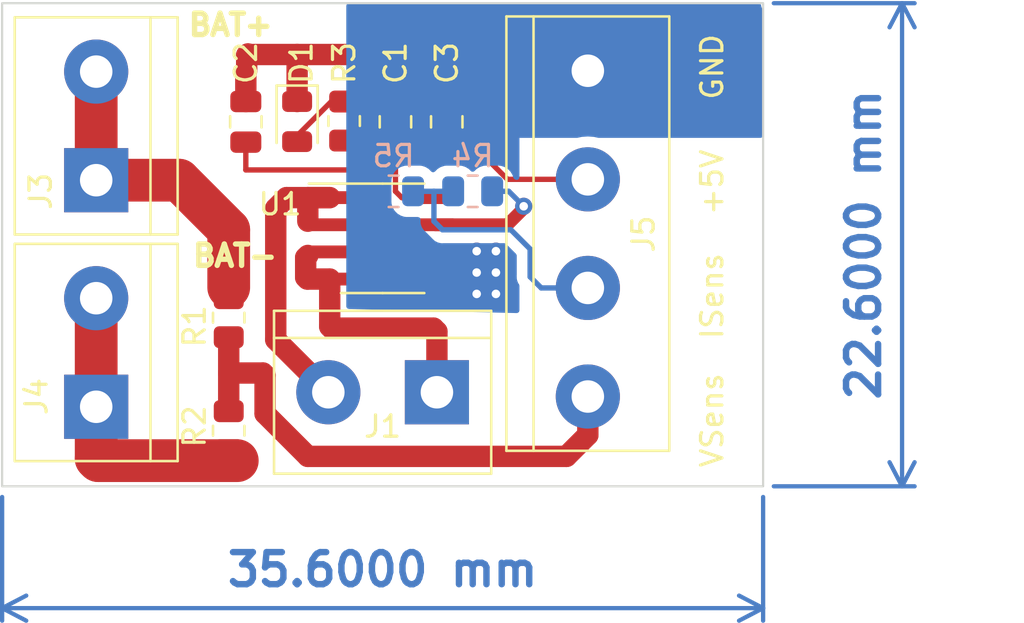
<source format=kicad_pcb>
(kicad_pcb (version 20221018) (generator pcbnew)
  (layers (0 "F.Cu" signal) (31 "B.Cu" signal) (34 "B.Paste" user) (35 "F.Paste" user) (36 "B.SilkS" user "B.Silkscreen") (37 "F.SilkS" user "F.Silkscreen") (38 "B.Mask" user) (39 "F.Mask" user) (44 "Edge.Cuts" user))
  (net 0 "")
  (net 1 "GND")
  (net 2 "Net-(D1-A)")
  (net 3 "IN-")
  (net 4 "IN+")
  (net 5 "Battery(-)")
  (net 6 "+5V")
  (net 7 "VIOUT")
  (net 8 "Vsens")
  (net 9 "Battery(+)")
  (net 10 "Net-(U1-FILTER)")
  (net 11 "IOut")
  (footprint "TerminalBlock:TerminalBlock_bornier-2_P5.08mm" (layer "F.Cu") (at 95.8 89.48 90)
    (fp_text reference "J3" (at -0.52 -2.6 90) (layer "F.SilkS"))
    (fp_text value "BAT+")
    (fp_line (start -2.54 -3.81) (end -2.54 3.81) (stroke (width 0.12)) (layer "F.SilkS"))
    (fp_line (start -2.54 3.81) (end 7.62 3.81) (stroke (width 0.12)) (layer "F.SilkS"))
    (fp_line (start 7.62 -3.81) (end -2.54 -3.81) (stroke (width 0.12)) (layer "F.SilkS"))
    (fp_line (start 7.62 2.54) (end -2.54 2.54) (stroke (width 0.12)) (layer "F.SilkS"))
    (fp_line (start 7.62 3.81) (end 7.62 -3.81) (stroke (width 0.12)) (layer "F.SilkS"))
    (pad "1" thru_hole rect (at 0 0 90) (size 3 3) (drill 1.52) (layers "*.Cu" "*.Mask") (net 9 "Battery(+)"))
    (pad "2" thru_hole circle (at 5.08 0 90) (size 3 3) (drill 1.52) (layers "*.Cu" "*.Mask") (net 9 "Battery(+)"))
  )
  (footprint "Capacitor_SMD:C_0805_2012Metric" (layer "F.Cu") (at 112.2 86.75 90)
    (fp_text reference "C3" (at 2.75 0 90) (layer "F.SilkS"))
    (fp_text value "1uF")
    (fp_line (start -0.261252 -0.735) (end 0.261252 -0.735) (stroke (width 0.12)) (layer "F.SilkS"))
    (fp_line (start -0.261252 0.735) (end 0.261252 0.735) (stroke (width 0.12)) (layer "F.SilkS"))
    (pad "1" smd roundrect (at -0.95 0 90) (size 1 1.45) (layers "F.Cu" "F.Paste" "F.Mask") (net 6 "+5V"))
    (pad "2" smd roundrect (at 0.95 0 90) (size 1 1.45) (layers "F.Cu" "F.Paste" "F.Mask") (net 1 "GND"))
  )
  (footprint "Capacitor_SMD:C_0805_2012Metric" (layer "F.Cu") (at 109.8 86.75 90)
    (fp_text reference "C1" (at 2.75 0 90) (layer "F.SilkS"))
    (fp_text value "100nF")
    (fp_line (start -0.261252 -0.735) (end 0.261252 -0.735) (stroke (width 0.12)) (layer "F.SilkS"))
    (fp_line (start -0.261252 0.735) (end 0.261252 0.735) (stroke (width 0.12)) (layer "F.SilkS"))
    (pad "1" smd roundrect (at -0.95 0 90) (size 1 1.45) (layers "F.Cu" "F.Paste" "F.Mask") (net 6 "+5V"))
    (pad "2" smd roundrect (at 0.95 0 90) (size 1 1.45) (layers "F.Cu" "F.Paste" "F.Mask") (net 1 "GND"))
  )
  (footprint "LED_SMD:LED_0805_2012Metric" (layer "F.Cu") (at 105.2 86.7375 -90)
    (fp_text reference "D1" (at -2.7375 -0.2 90) (layer "F.SilkS"))
    (fp_text value "LED")
    (fp_line (start -1.685 -0.96) (end -1.685 0.96) (stroke (width 0.12)) (layer "F.SilkS"))
    (fp_line (start -1.685 0.96) (end 1 0.96) (stroke (width 0.12)) (layer "F.SilkS"))
    (fp_line (start 1 -0.96) (end -1.685 -0.96) (stroke (width 0.12)) (layer "F.SilkS"))
    (pad "1" smd roundrect (at -0.9375 0 270) (size 0.975 1.4) (layers "F.Cu" "F.Paste" "F.Mask") (net 1 "GND"))
    (pad "2" smd roundrect (at 0.9375 0 270) (size 0.975 1.4) (layers "F.Cu" "F.Paste" "F.Mask") (net 2 "Net-(D1-A)"))
  )
  (footprint "Capacitor_SMD:C_0805_2012Metric" (layer "F.Cu") (at 102.8 86.75 90)
    (fp_text reference "C2" (at 2.75 0 90) (layer "F.SilkS"))
    (fp_text value "1nF")
    (fp_line (start -0.261252 -0.735) (end 0.261252 -0.735) (stroke (width 0.12)) (layer "F.SilkS"))
    (fp_line (start -0.261252 0.735) (end 0.261252 0.735) (stroke (width 0.12)) (layer "F.SilkS"))
    (pad "1" smd roundrect (at -0.95 0 90) (size 1 1.45) (layers "F.Cu" "F.Paste" "F.Mask") (net 10 "Net-(U1-FILTER)"))
    (pad "2" smd roundrect (at 0.95 0 90) (size 1 1.45) (layers "F.Cu" "F.Paste" "F.Mask") (net 1 "GND"))
  )
  (footprint "Package_SO:SOIC-8_3.9x4.9mm_P1.27mm" (layer "F.Cu") (at 109.2 92.2)
    (fp_text reference "U1" (at -4.8 -1.6) (layer "F.SilkS"))
    (fp_text value "ACS712ELCTR-20A-T_NRND")
    (fp_line (start 0 -2.56) (end -3.45 -2.56) (stroke (width 0.12)) (layer "F.SilkS"))
    (fp_line (start 0 -2.56) (end 1.95 -2.56) (stroke (width 0.12)) (layer "F.SilkS"))
    (fp_line (start 0 2.56) (end -1.95 2.56) (stroke (width 0.12)) (layer "F.SilkS"))
    (fp_line (start 0 2.56) (end 1.95 2.56) (stroke (width 0.12)) (layer "F.SilkS"))
    (pad "1" smd roundrect (at -2.475 -1.905) (size 1.95 0.6) (layers "F.Cu" "F.Paste" "F.Mask") (net 4 "IN+"))
    (pad "2" smd roundrect (at -2.475 -0.635) (size 1.95 0.6) (layers "F.Cu" "F.Paste" "F.Mask") (net 4 "IN+"))
    (pad "3" smd roundrect (at -2.475 0.635) (size 1.95 0.6) (layers "F.Cu" "F.Paste" "F.Mask") (net 3 "IN-"))
    (pad "4" smd roundrect (at -2.475 1.905) (size 1.95 0.6) (layers "F.Cu" "F.Paste" "F.Mask") (net 3 "IN-"))
    (pad "5" smd roundrect (at 2.475 1.905) (size 1.95 0.6) (layers "F.Cu" "F.Paste" "F.Mask") (net 1 "GND"))
    (pad "6" smd roundrect (at 2.475 0.635) (size 1.95 0.6) (layers "F.Cu" "F.Paste" "F.Mask") (net 10 "Net-(U1-FILTER)"))
    (pad "7" smd roundrect (at 2.475 -0.635) (size 1.95 0.6) (layers "F.Cu" "F.Paste" "F.Mask") (net 7 "VIOUT"))
    (pad "8" smd roundrect (at 2.475 -1.905) (size 1.95 0.6) (layers "F.Cu" "F.Paste" "F.Mask") (net 6 "+5V"))
  )
  (footprint "TerminalBlock:TerminalBlock_bornier-4_P5.08mm" (layer "F.Cu") (at 118.8 84.36 -90)
    (fp_text reference "J5" (at 7.64 -2.6 90) (layer "F.SilkS"))
    (fp_text value "Screw_Terminal_01x04")
    (fp_line (start -2.54 -3.81) (end -2.54 3.81) (stroke (width 0.12)) (layer "F.SilkS"))
    (fp_line (start -2.54 -3.81) (end 17.78 -3.81) (stroke (width 0.12)) (layer "F.SilkS"))
    (fp_line (start -2.54 3.81) (end 17.78 3.81) (stroke (width 0.12)) (layer "F.SilkS"))
    (fp_line (start 17.78 2.54) (end -2.54 2.54) (stroke (width 0.12)) (layer "F.SilkS"))
    (fp_line (start 17.78 3.81) (end 17.78 -3.81) (stroke (width 0.12)) (layer "F.SilkS"))
    (pad "1" thru_hole rect (at 0 0 270) (size 3 3) (drill 1.52) (layers "*.Cu" "*.Mask") (net 1 "GND"))
    (pad "2" thru_hole circle (at 5.08 0 270) (size 3 3) (drill 1.52) (layers "*.Cu" "*.Mask") (net 6 "+5V"))
    (pad "3" thru_hole circle (at 10.16 0 270) (size 3 3) (drill 1.52) (layers "*.Cu" "*.Mask") (net 11 "IOut"))
    (pad "4" thru_hole circle (at 15.24 0 270) (size 3 3) (drill 1.52) (layers "*.Cu" "*.Mask") (net 8 "Vsens"))
  )
  (footprint "Resistor_SMD:R_0805_2012Metric" (layer "F.Cu") (at 102 101.2 -90)
    (fp_text reference "R2" (at -0.2 1.6 90) (layer "F.SilkS"))
    (fp_text value "10K")
    (fp_line (start -0.227064 -0.735) (end 0.227064 -0.735) (stroke (width 0.12)) (layer "F.SilkS"))
    (fp_line (start -0.227064 0.735) (end 0.227064 0.735) (stroke (width 0.12)) (layer "F.SilkS"))
    (pad "1" smd roundrect (at -0.9125 0 270) (size 1.025 1.4) (layers "F.Cu" "F.Paste" "F.Mask") (roundrect_rratio 0.243902439) (net 8 "Vsens"))
    (pad "2" smd roundrect (at 0.9125 0 270) (size 1.025 1.4) (layers "F.Cu" "F.Paste" "F.Mask") (roundrect_rratio 0.243902439) (net 5 "Battery(-)"))
  )
  (footprint "TerminalBlock:TerminalBlock_bornier-2_P5.08mm" (layer "F.Cu") (at 95.8 100.08 90)
    (fp_text reference "J4" (at 0.48 -2.8 90) (layer "F.SilkS"))
    (fp_text value "BAT-")
    (fp_line (start -2.54 -3.81) (end -2.54 3.81) (stroke (width 0.12)) (layer "F.SilkS"))
    (fp_line (start -2.54 3.81) (end 7.62 3.81) (stroke (width 0.12)) (layer "F.SilkS"))
    (fp_line (start 7.62 -3.81) (end -2.54 -3.81) (stroke (width 0.12)) (layer "F.SilkS"))
    (fp_line (start 7.62 2.54) (end -2.54 2.54) (stroke (width 0.12)) (layer "F.SilkS"))
    (fp_line (start 7.62 3.81) (end 7.62 -3.81) (stroke (width 0.12)) (layer "F.SilkS"))
    (pad "1" thru_hole rect (at 0 0 90) (size 3 3) (drill 1.52) (layers "*.Cu" "*.Mask") (net 5 "Battery(-)"))
    (pad "2" thru_hole circle (at 5.08 0 90) (size 3 3) (drill 1.52) (layers "*.Cu" "*.Mask") (net 5 "Battery(-)"))
  )
  (footprint "Resistor_SMD:R_0805_2012Metric" (layer "F.Cu") (at 102 95.9125 -90)
    (fp_text reference "R1" (at 0.4 1.6 90) (layer "F.SilkS"))
    (fp_text value "200K")
    (fp_line (start -0.227064 -0.735) (end 0.227064 -0.735) (stroke (width 0.12)) (layer "F.SilkS"))
    (fp_line (start -0.227064 0.735) (end 0.227064 0.735) (stroke (width 0.12)) (layer "F.SilkS"))
    (pad "1" smd roundrect (at -0.9125 0 270) (size 1.025 1.4) (layers "F.Cu" "F.Paste" "F.Mask") (roundrect_rratio 0.243902439) (net 9 "Battery(+)"))
    (pad "2" smd roundrect (at 0.9125 0 270) (size 1.025 1.4) (layers "F.Cu" "F.Paste" "F.Mask") (roundrect_rratio 0.243902439) (net 8 "Vsens"))
  )
  (footprint "TerminalBlock:TerminalBlock_bornier-2_P5.08mm" (layer "F.Cu") (at 111.74 99.4 180)
    (fp_text reference "J1" (at 2.54 -1.6) (layer "F.SilkS"))
    (fp_text value "Current Sens")
    (fp_line (start -2.54 -3.81) (end -2.54 3.81) (stroke (width 0.12)) (layer "F.SilkS"))
    (fp_line (start -2.54 3.81) (end 7.62 3.81) (stroke (width 0.12)) (layer "F.SilkS"))
    (fp_line (start 7.62 -3.81) (end -2.54 -3.81) (stroke (width 0.12)) (layer "F.SilkS"))
    (fp_line (start 7.62 2.54) (end -2.54 2.54) (stroke (width 0.12)) (layer "F.SilkS"))
    (fp_line (start 7.62 3.81) (end 7.62 -3.81) (stroke (width 0.12)) (layer "F.SilkS"))
    (pad "1" thru_hole rect (at 0 0 180) (size 3 3) (drill 1.52) (layers "*.Cu" "*.Mask") (net 3 "IN-"))
    (pad "2" thru_hole circle (at 5.08 0 180) (size 3 3) (drill 1.52) (layers "*.Cu" "*.Mask") (net 4 "IN+"))
  )
  (footprint "Resistor_SMD:R_0805_2012Metric" (layer "F.Cu") (at 107.4 86.7125 90)
    (fp_text reference "R3" (at 2.7125 0 90) (layer "F.SilkS"))
    (fp_text value "1K")
    (fp_line (start -0.227064 -0.735) (end 0.227064 -0.735) (stroke (width 0.12)) (layer "F.SilkS"))
    (fp_line (start -0.227064 0.735) (end 0.227064 0.735) (stroke (width 0.12)) (layer "F.SilkS"))
    (pad "1" smd roundrect (at -0.9125 0 90) (size 1.025 1.4) (layers "F.Cu" "F.Paste" "F.Mask") (roundrect_rratio 0.243902439) (net 6 "+5V"))
    (pad "2" smd roundrect (at 0.9125 0 90) (size 1.025 1.4) (layers "F.Cu" "F.Paste" "F.Mask") (roundrect_rratio 0.243902439) (net 2 "Net-(D1-A)"))
  )
  (footprint "Resistor_SMD:R_0805_2012Metric" (layer "B.Cu") (at 113.4125 90 180)
    (fp_text reference "R4" (at 0 1.65) (layer "B.SilkS") (effects (justify mirror)))
    (fp_text value "10K")
    (fp_line (start -0.227064 -0.735) (end 0.227064 -0.735) (stroke (width 0.12)) (layer "B.SilkS"))
    (fp_line (start -0.227064 0.735) (end 0.227064 0.735) (stroke (width 0.12)) (layer "B.SilkS"))
    (pad "1" smd roundrect (at -0.9125 0 180) (size 1.025 1.4) (layers "B.Cu" "B.Paste" "B.Mask") (roundrect_rratio 0.243902439) (net 7 "VIOUT"))
    (pad "2" smd roundrect (at 0.9125 0 180) (size 1.025 1.4) (layers "B.Cu" "B.Paste" "B.Mask") (roundrect_rratio 0.243902439) (net 11 "IOut"))
  )
  (footprint "Resistor_SMD:R_0805_2012Metric" (layer "B.Cu") (at 109.7125 90 180)
    (fp_text reference "R5" (at 0 1.65) (layer "B.SilkS") (effects (justify mirror)))
    (fp_text value "5K")
    (fp_line (start -0.227064 -0.735) (end 0.227064 -0.735) (stroke (width 0.12)) (layer "B.SilkS"))
    (fp_line (start -0.227064 0.735) (end 0.227064 0.735) (stroke (width 0.12)) (layer "B.SilkS"))
    (pad "1" smd roundrect (at -0.9125 0 180) (size 1.025 1.4) (layers "B.Cu" "B.Paste" "B.Mask") (roundrect_rratio 0.243902439) (net 11 "IOut"))
    (pad "2" smd roundrect (at 0.9125 0 180) (size 1.025 1.4) (layers "B.Cu" "B.Paste" "B.Mask") (roundrect_rratio 0.243902439) (net 1 "GND"))
  )
  (gr_rect (start 91.4 81.2) (end 127 103.8) (stroke (width 0.1)) (fill none) (layer "Edge.Cuts"))
  (gr_text "ISens" (at 125.2 97 90) (layer "F.SilkS") (effects (font (size 1 1)) (justify left bottom)))
  (gr_text "GND" (at 125.2 85.8 90) (layer "F.SilkS") (effects (font (size 1 1)) (justify left bottom)))
  (gr_text "+5V" (at 125.2 91.2 90) (layer "F.SilkS") (effects (font (size 1 1)) (justify left bottom)))
  (gr_text "BAT+" (at 100 82.8) (layer "F.SilkS") (effects (font (size 1 1) (thickness 0.25) bold) (justify left bottom)))
  (gr_text "BAT-" (at 100.2 93.6) (layer "F.SilkS") (effects (font (size 1 1) (thickness 0.25) bold) (justify left bottom)))
  (gr_text "VSens" (at 125.2 103 90) (layer "F.SilkS") (effects (font (size 1 1)) (justify left bottom)))
  (dimension (type aligned) (layer "B.Cu") (pts (xy 127 103.8) (xy 91.4 103.8)) (height -5.7) (gr_text "35.6000 mm" (at 109.2 107.7) (layer "B.Cu") (effects (font (size 1.5 1.5) (thickness 0.3)))) (format (prefix "") (suffix "") (units 3) (units_format 1) (precision 4)) (style (thickness 0.2) (arrow_length 1.27) (text_position_mode 0) (extension_height 0.58642) (extension_offset 0.5) keep_text_aligned))
  (dimension (type aligned) (layer "B.Cu") (pts (xy 127 103.8) (xy 127 81.2)) (height 6.5) (gr_text "22.6000 mm" (at 131.7 92.5 90) (layer "B.Cu") (effects (font (size 1.5 1.5) (thickness 0.3)))) (format (prefix "") (suffix "") (units 3) (units_format 1) (precision 4)) (style (thickness 0.2) (arrow_length 1.27) (text_position_mode 0) (extension_height 0.58642) (extension_offset 0.5) keep_text_aligned))
  (segment (start 114.5 94.8) (end 114.5 92.8) (width 0.6) (layer "F.Cu") (net 1))
  (segment (start 102.9 83.575) (end 102.84 83.635) (width 1) (layer "F.Cu") (net 1))
  (segment (start 111.675 94.105) (end 113.295 94.105) (width 0.6) (layer "F.Cu") (net 1))
  (segment (start 114 92.8) (end 113.6 92.8) (width 0.6) (layer "F.Cu") (net 1))
  (segment (start 105.2 85.8) (end 105.2 83.6) (width 1) (layer "F.Cu") (net 1))
  (segment (start 113.295 94.105) (end 113.6 93.8) (width 0.25) (layer "F.Cu") (net 1))
  (segment (start 114.5 92.8) (end 114 92.8) (width 0.6) (layer "F.Cu") (net 1))
  (segment (start 118.8 84.36) (end 118.04 83.6) (width 1) (layer "F.Cu") (net 1))
  (segment (start 102.84 84.36) (end 102.8 84.4) (width 0.25) (layer "F.Cu") (net 1))
  (segment (start 113.6 93.8) (end 114.5 93.8) (width 0.6) (layer "F.Cu") (net 1))
  (segment (start 114 94.8) (end 114 92.8) (width 0.6) (layer "F.Cu") (net 1))
  (segment (start 112.2 85.8) (end 112.2 83.6) (width 1) (layer "F.Cu") (net 1))
  (segment (start 114 94.8) (end 114.5 94.8) (width 0.6) (layer "F.Cu") (net 1))
  (segment (start 102.925 83.6) (end 102.9 83.575) (width 1) (layer "F.Cu") (net 1))
  (segment (start 102.8 84.4) (end 102.8 85.8) (width 1) (layer "F.Cu") (net 1))
  (segment (start 118.04 83.6) (end 102.925 83.6) (width 1) (layer "F.Cu") (net 1))
  (segment (start 113.6 92.8) (end 113.6 94.8) (width 0.6) (layer "F.Cu") (net 1))
  (segment (start 109.8 85.8) (end 109.8 83.6) (width 1) (layer "F.Cu") (net 1))
  (segment (start 102.84 83.635) (end 102.84 84.36) (width 1) (layer "F.Cu") (net 1))
  (segment (start 113.6 94.8) (end 114 94.8) (width 0.6) (layer "F.Cu") (net 1))
  (via (at 113.6 93.8) (size 0.8) (drill 0.4) (layers "F.Cu" "B.Cu") (net 1))
  (via (at 114.5 93.8) (size 0.8) (drill 0.4) (layers "F.Cu" "B.Cu") (net 1))
  (via (at 113.6 94.8) (size 0.8) (drill 0.4) (layers "F.Cu" "B.Cu") (net 1))
  (via (at 114.5 94.8) (size 0.8) (drill 0.4) (layers "F.Cu" "B.Cu") (net 1))
  (via (at 114.5 92.8) (size 0.8) (drill 0.4) (layers "F.Cu" "B.Cu") (net 1))
  (via (at 113.6 92.8) (size 0.8) (drill 0.4) (layers "F.Cu" "B.Cu") (net 1))
  (segment (start 107.4 85.8) (end 106.8 85.8) (width 0.25) (layer "F.Cu") (net 2))
  (segment (start 105.2 87.4) (end 105.2 87.675) (width 0.25) (layer "F.Cu") (net 2))
  (segment (start 106.8 85.8) (end 105.2 87.4) (width 0.25) (layer "F.Cu") (net 2))
  (segment (start 105.6 94.025) (end 105.6 93.1) (width 1) (layer "F.Cu") (net 3))
  (segment (start 105.68 94.105) (end 105.6 94.025) (width 1) (layer "F.Cu") (net 3))
  (segment (start 111.74 99.12) (end 111.74 96.56) (width 1) (layer "F.Cu") (net 3))
  (segment (start 105.6 93.1) (end 105.7 93) (width 1) (layer "F.Cu") (net 3))
  (segment (start 111.74 99.4) (end 111.74 99.12) (width 0.2) (layer "F.Cu") (net 3))
  (segment (start 111.74 96.56) (end 111.58 96.4) (width 1) (layer "F.Cu") (net 3))
  (segment (start 106.725 94.105) (end 105.68 94.105) (width 1) (layer "F.Cu") (net 3))
  (segment (start 106.725 96.325) (end 106.725 94.105) (width 1) (layer "F.Cu") (net 3))
  (segment (start 106.8 96.4) (end 106.725 96.325) (width 1) (layer "F.Cu") (net 3))
  (segment (start 111.58 96.4) (end 106.8 96.4) (width 1) (layer "F.Cu") (net 3))
  (segment (start 106.66 99.4) (end 104.2 96.94) (width 1) (layer "F.Cu") (net 4))
  (segment (start 104.705 90.295) (end 106.725 90.295) (width 1) (layer "F.Cu") (net 4))
  (segment (start 104.2 90.8) (end 104.705 90.295) (width 1) (layer "F.Cu") (net 4))
  (segment (start 104.2 96.94) (end 104.2 90.8) (width 1) (layer "F.Cu") (net 4))
  (segment (start 106.725 90.295) (end 105.7 90.295) (width 1) (layer "F.Cu") (net 4))
  (segment (start 105.7 90.295) (end 105.7 91.4) (width 1) (layer "F.Cu") (net 4))
  (segment (start 95.9 102.6) (end 95.8 102.5) (width 2) (layer "F.Cu") (net 5))
  (segment (start 102.4 102.6) (end 95.9 102.6) (width 2) (layer "F.Cu") (net 5))
  (segment (start 95.8 95) (end 95.8 100.08) (width 2) (layer "F.Cu") (net 5))
  (segment (start 95.8 102.5) (end 95.8 100.08) (width 2) (layer "F.Cu") (net 5))
  (segment (start 109.8 90) (end 110.095 90.295) (width 0.25) (layer "F.Cu") (net 6))
  (segment (start 115.04 89.44) (end 113.3 87.7) (width 0.25) (layer "F.Cu") (net 6))
  (segment (start 109.8 87.7) (end 107.475 87.7) (width 0.25) (layer "F.Cu") (net 6))
  (segment (start 110.095 90.295) (end 111.675 90.295) (width 0.25) (layer "F.Cu") (net 6))
  (segment (start 118.8 89.44) (end 115.04 89.44) (width 0.25) (layer "F.Cu") (net 6))
  (segment (start 113.3 87.7) (end 112.2 87.7) (width 0.25) (layer "F.Cu") (net 6))
  (segment (start 107.475 87.7) (end 107.4 87.625) (width 0.25) (layer "F.Cu") (net 6))
  (segment (start 112.2 87.7) (end 109.8 87.7) (width 0.25) (layer "F.Cu") (net 6))
  (segment (start 109.8 87.7) (end 109.8 90) (width 0.25) (layer "F.Cu") (net 6))
  (segment (start 115.8 90.7) (end 115.9 90.7) (width 0.6) (layer "F.Cu") (net 7))
  (segment (start 115.035 91.565) (end 115.8 90.8) (width 0.6) (layer "F.Cu") (net 7))
  (segment (start 115.9 90.7) (end 115.8 90.8) (width 0.6) (layer "F.Cu") (net 7))
  (segment (start 111.675 91.565) (end 115.035 91.565) (width 0.6) (layer "F.Cu") (net 7))
  (segment (start 115.8 90.8) (end 115.8 90.7) (width 0.6) (layer "F.Cu") (net 7))
  (via (at 115.8 90.7) (size 0.8) (drill 0.4) (layers "F.Cu" "B.Cu") (net 7))
  (segment (start 115.1 90) (end 115.8 90.7) (width 0.25) (layer "B.Cu") (net 7))
  (segment (start 114.325 90) (end 115.1 90) (width 0.25) (layer "B.Cu") (net 7))
  (segment (start 115.7 90.8) (end 115.8 90.7) (width 0.25) (layer "B.Cu") (net 7))
  (segment (start 105.7 102.4) (end 117.8 102.4) (width 1) (layer "F.Cu") (net 8))
  (segment (start 103.7 98.6) (end 103.7 100.4) (width 1) (layer "F.Cu") (net 8))
  (segment (start 103.7 100.4) (end 105.7 102.4) (width 1) (layer "F.Cu") (net 8))
  (segment (start 102 98.5) (end 103.6 98.5) (width 1) (layer "F.Cu") (net 8))
  (segment (start 117.8 102.4) (end 118.8 101.4) (width 1) (layer "F.Cu") (net 8))
  (segment (start 102 96.825) (end 102 100.2875) (width 1) (layer "F.Cu") (net 8))
  (segment (start 103.6 98.5) (end 103.7 98.6) (width 1) (layer "F.Cu") (net 8))
  (segment (start 118.8 101.4) (end 118.8 99.6) (width 1) (layer "F.Cu") (net 8))
  (segment (start 95.8 84.4) (end 95.8 89.48) (width 2) (layer "F.Cu") (net 9))
  (segment (start 99.68 89.48) (end 95.8 89.48) (width 2) (layer "F.Cu") (net 9))
  (segment (start 102 94.5) (end 102 91.8) (width 2) (layer "F.Cu") (net 9))
  (segment (start 102 91.8) (end 99.68 89.48) (width 2) (layer "F.Cu") (net 9))
  (segment (start 108.5 89) (end 108.9 89.4) (width 0.25) (layer "F.Cu") (net 10))
  (segment (start 102.8 89) (end 108.5 89) (width 0.25) (layer "F.Cu") (net 10))
  (segment (start 109.435 92.835) (end 111.675 92.835) (width 0.25) (layer "F.Cu") (net 10))
  (segment (start 108.9 89.4) (end 108.9 92.3) (width 0.25) (layer "F.Cu") (net 10))
  (segment (start 102.8 87.7) (end 102.8 89) (width 0.25) (layer "F.Cu") (net 10))
  (segment (start 108.9 92.3) (end 109.435 92.835) (width 0.25) (layer "F.Cu") (net 10))
  (segment (start 111.6 91.4) (end 112 91.8) (width 0.25) (layer "B.Cu") (net 11))
  (segment (start 116.1 92.7) (end 116.1 94) (width 0.25) (layer "B.Cu") (net 11))
  (segment (start 115.2 91.8) (end 116.1 92.7) (width 0.25) (layer "B.Cu") (net 11))
  (segment (start 116.62 94.52) (end 118.8 94.52) (width 0.25) (layer "B.Cu") (net 11))
  (segment (start 112 91.8) (end 115.2 91.8) (width 0.25) (layer "B.Cu") (net 11))
  (segment (start 116.1 94) (end 116.62 94.52) (width 0.25) (layer "B.Cu") (net 11))
  (segment (start 111.6 90) (end 112.5 90) (width 0.25) (layer "B.Cu") (net 11))
  (segment (start 110.625 90) (end 111.6 90) (width 0.25) (layer "B.Cu") (net 11))
  (segment (start 111.6 90) (end 111.6 91.4) (width 0.25) (layer "B.Cu") (net 11))
  (zone (net 1) (net_name "GND") (layer "B.Cu") (connect_pads yes (clearance 0.5)) (min_thickness 0.25) (fill yes (thermal_gap 0.5) (thermal_bridge_width 0.5))
    (polygon (pts (xy 127 81.2) (xy 127 87.5) (xy 115.6 87.5) (xy 115.6 95.7) (xy 107.5 95.5) (xy 107.5 81.2)))
  )
)
</source>
